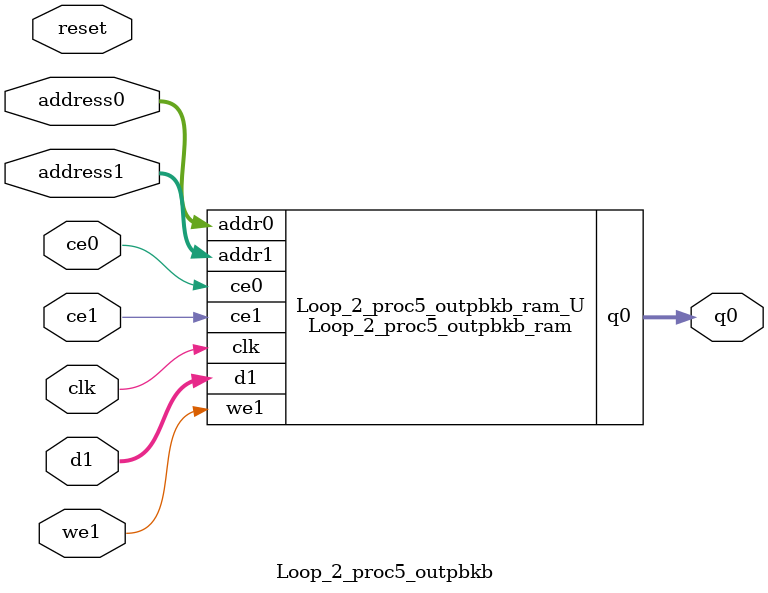
<source format=v>
`timescale 1 ns / 1 ps
module Loop_2_proc5_outpbkb_ram (addr0, ce0, q0, addr1, ce1, d1, we1,  clk);

parameter DWIDTH = 32;
parameter AWIDTH = 16;
parameter MEM_SIZE = 43264;

input[AWIDTH-1:0] addr0;
input ce0;
output reg[DWIDTH-1:0] q0;
input[AWIDTH-1:0] addr1;
input ce1;
input[DWIDTH-1:0] d1;
input we1;
input clk;

(* ram_style = "block" *)reg [DWIDTH-1:0] ram[0:MEM_SIZE-1];




always @(posedge clk)  
begin 
    if (ce0) 
    begin
        q0 <= ram[addr0];
    end
end


always @(posedge clk)  
begin 
    if (ce1) 
    begin
        if (we1) 
        begin 
            ram[addr1] <= d1; 
        end 
    end
end


endmodule

`timescale 1 ns / 1 ps
module Loop_2_proc5_outpbkb(
    reset,
    clk,
    address0,
    ce0,
    q0,
    address1,
    ce1,
    we1,
    d1);

parameter DataWidth = 32'd32;
parameter AddressRange = 32'd43264;
parameter AddressWidth = 32'd16;
input reset;
input clk;
input[AddressWidth - 1:0] address0;
input ce0;
output[DataWidth - 1:0] q0;
input[AddressWidth - 1:0] address1;
input ce1;
input we1;
input[DataWidth - 1:0] d1;



Loop_2_proc5_outpbkb_ram Loop_2_proc5_outpbkb_ram_U(
    .clk( clk ),
    .addr0( address0 ),
    .ce0( ce0 ),
    .q0( q0 ),
    .addr1( address1 ),
    .ce1( ce1 ),
    .we1( we1 ),
    .d1( d1 ));

endmodule


</source>
